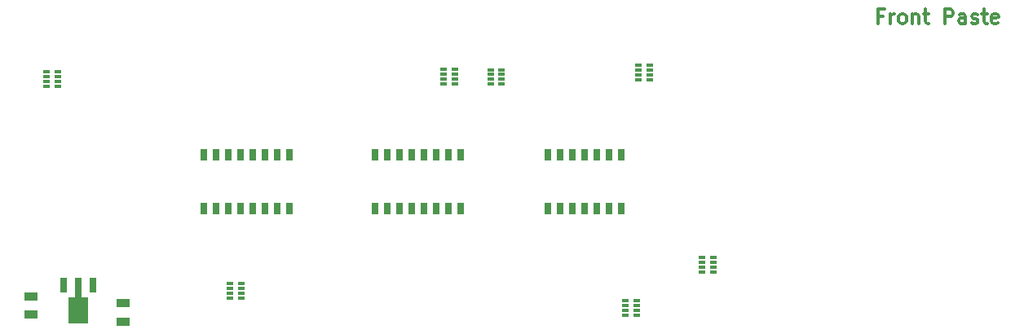
<source format=gtp>
G04 (created by PCBNEW (2013-07-07 BZR 4022)-stable) date 9/18/2013 13:06:53*
%MOIN*%
G04 Gerber Fmt 3.4, Leading zero omitted, Abs format*
%FSLAX34Y34*%
G01*
G70*
G90*
G04 APERTURE LIST*
%ADD10C,0.00590551*%
%ADD11C,0.011811*%
%ADD12R,0.025X0.05*%
%ADD13R,0.0256X0.0118*%
%ADD14R,0.055X0.035*%
%ADD15R,0.0276X0.063*%
%ADD16R,0.0276X0.0827*%
%ADD17R,0.0787X0.1083*%
G04 APERTURE END LIST*
G54D10*
G54D11*
X46597Y-7803D02*
X46400Y-7803D01*
X46400Y-8113D02*
X46400Y-7522D01*
X46681Y-7522D01*
X46906Y-8113D02*
X46906Y-7719D01*
X46906Y-7831D02*
X46934Y-7775D01*
X46962Y-7747D01*
X47019Y-7719D01*
X47075Y-7719D01*
X47356Y-8113D02*
X47300Y-8084D01*
X47272Y-8056D01*
X47244Y-8000D01*
X47244Y-7831D01*
X47272Y-7775D01*
X47300Y-7747D01*
X47356Y-7719D01*
X47440Y-7719D01*
X47497Y-7747D01*
X47525Y-7775D01*
X47553Y-7831D01*
X47553Y-8000D01*
X47525Y-8056D01*
X47497Y-8084D01*
X47440Y-8113D01*
X47356Y-8113D01*
X47806Y-7719D02*
X47806Y-8113D01*
X47806Y-7775D02*
X47834Y-7747D01*
X47890Y-7719D01*
X47975Y-7719D01*
X48031Y-7747D01*
X48059Y-7803D01*
X48059Y-8113D01*
X48256Y-7719D02*
X48481Y-7719D01*
X48340Y-7522D02*
X48340Y-8028D01*
X48368Y-8084D01*
X48425Y-8113D01*
X48481Y-8113D01*
X49128Y-8113D02*
X49128Y-7522D01*
X49353Y-7522D01*
X49409Y-7550D01*
X49437Y-7578D01*
X49465Y-7634D01*
X49465Y-7719D01*
X49437Y-7775D01*
X49409Y-7803D01*
X49353Y-7831D01*
X49128Y-7831D01*
X49971Y-8113D02*
X49971Y-7803D01*
X49943Y-7747D01*
X49887Y-7719D01*
X49775Y-7719D01*
X49718Y-7747D01*
X49971Y-8084D02*
X49915Y-8113D01*
X49775Y-8113D01*
X49718Y-8084D01*
X49690Y-8028D01*
X49690Y-7972D01*
X49718Y-7916D01*
X49775Y-7888D01*
X49915Y-7888D01*
X49971Y-7859D01*
X50224Y-8084D02*
X50281Y-8113D01*
X50393Y-8113D01*
X50449Y-8084D01*
X50478Y-8028D01*
X50478Y-8000D01*
X50449Y-7944D01*
X50393Y-7916D01*
X50309Y-7916D01*
X50253Y-7888D01*
X50224Y-7831D01*
X50224Y-7803D01*
X50253Y-7747D01*
X50309Y-7719D01*
X50393Y-7719D01*
X50449Y-7747D01*
X50646Y-7719D02*
X50871Y-7719D01*
X50731Y-7522D02*
X50731Y-8028D01*
X50759Y-8084D01*
X50815Y-8113D01*
X50871Y-8113D01*
X51293Y-8084D02*
X51237Y-8113D01*
X51124Y-8113D01*
X51068Y-8084D01*
X51040Y-8028D01*
X51040Y-7803D01*
X51068Y-7747D01*
X51124Y-7719D01*
X51237Y-7719D01*
X51293Y-7747D01*
X51321Y-7803D01*
X51321Y-7859D01*
X51040Y-7916D01*
G54D12*
X35889Y-13466D03*
X35389Y-13466D03*
X34889Y-13466D03*
X34389Y-13466D03*
X33889Y-13466D03*
X33389Y-13466D03*
X32889Y-13466D03*
X32889Y-15666D03*
X33389Y-15666D03*
X33889Y-15666D03*
X34389Y-15666D03*
X34889Y-15666D03*
X35389Y-15666D03*
X35889Y-15666D03*
X18840Y-15666D03*
X19340Y-15666D03*
X19840Y-15666D03*
X20340Y-15666D03*
X20840Y-15666D03*
X21340Y-15666D03*
X21840Y-15666D03*
X22340Y-15666D03*
X22340Y-13466D03*
X21840Y-13466D03*
X21340Y-13466D03*
X20840Y-13466D03*
X20340Y-13466D03*
X19840Y-13466D03*
X19340Y-13466D03*
X18840Y-13466D03*
X25828Y-15686D03*
X26328Y-15686D03*
X26828Y-15686D03*
X27328Y-15686D03*
X27828Y-15686D03*
X28328Y-15686D03*
X28828Y-15686D03*
X29328Y-15686D03*
X29328Y-13486D03*
X28828Y-13486D03*
X28328Y-13486D03*
X27828Y-13486D03*
X27328Y-13486D03*
X26828Y-13486D03*
X26328Y-13486D03*
X25828Y-13486D03*
G54D13*
X29086Y-10590D03*
X29086Y-10393D03*
X29086Y-10196D03*
X29086Y-9999D03*
X28633Y-9999D03*
X28633Y-10196D03*
X28633Y-10393D03*
X28633Y-10590D03*
X19909Y-18760D03*
X19909Y-18957D03*
X19909Y-19154D03*
X19909Y-19351D03*
X20362Y-19351D03*
X20362Y-19154D03*
X20362Y-18957D03*
X20362Y-18760D03*
X36602Y-9823D03*
X36602Y-10020D03*
X36602Y-10217D03*
X36602Y-10414D03*
X37055Y-10414D03*
X37055Y-10217D03*
X37055Y-10020D03*
X37055Y-9823D03*
X39201Y-17697D03*
X39201Y-17894D03*
X39201Y-18091D03*
X39201Y-18288D03*
X39654Y-18288D03*
X39654Y-18091D03*
X39654Y-17894D03*
X39654Y-17697D03*
X36527Y-20039D03*
X36527Y-19842D03*
X36527Y-19645D03*
X36527Y-19448D03*
X36074Y-19448D03*
X36074Y-19645D03*
X36074Y-19842D03*
X36074Y-20039D03*
X30559Y-10000D03*
X30559Y-10197D03*
X30559Y-10394D03*
X30559Y-10591D03*
X31012Y-10591D03*
X31012Y-10394D03*
X31012Y-10197D03*
X31012Y-10000D03*
X12409Y-10079D03*
X12409Y-10276D03*
X12409Y-10473D03*
X12409Y-10670D03*
X12862Y-10670D03*
X12862Y-10473D03*
X12862Y-10276D03*
X12862Y-10079D03*
G54D14*
X11771Y-19270D03*
X11771Y-20020D03*
X15531Y-19565D03*
X15531Y-20315D03*
G54D15*
X14291Y-18818D03*
G54D16*
X13700Y-18916D03*
G54D15*
X13109Y-18818D03*
G54D17*
X13700Y-19861D03*
M02*

</source>
